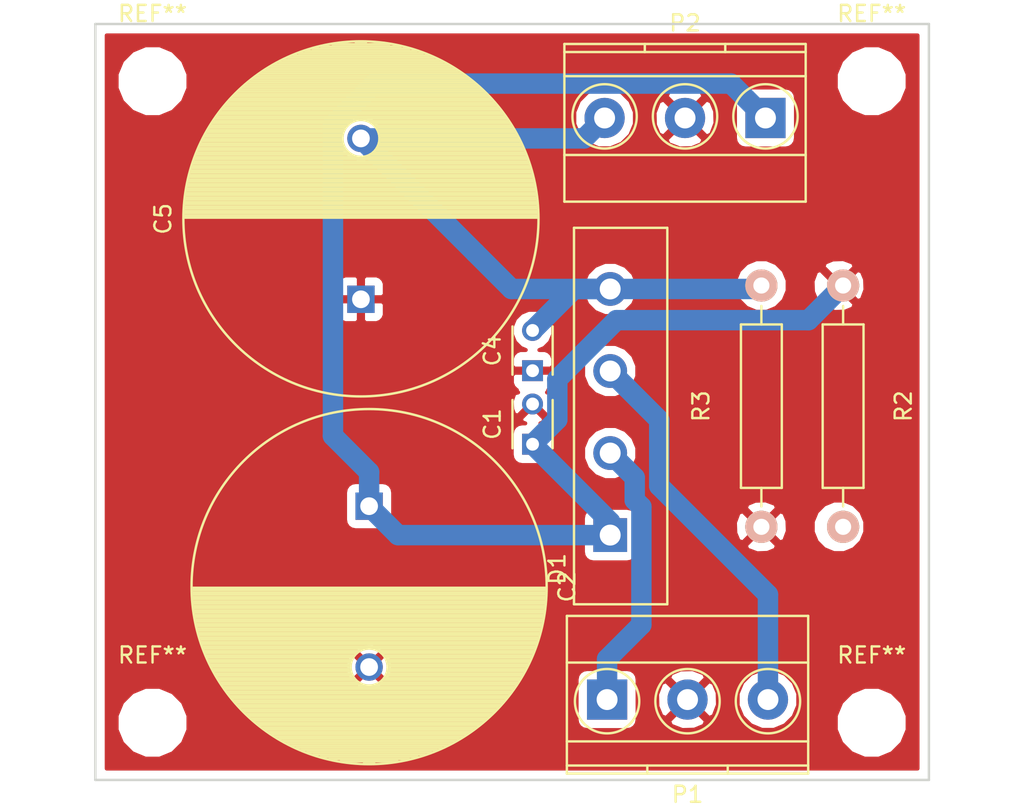
<source format=kicad_pcb>
(kicad_pcb (version 4) (host pcbnew 4.0.5+dfsg1-4)

  (general
    (links 17)
    (no_connects 10)
    (area 119.050999 21.514999 171.017001 68.655001)
    (thickness 1.6)
    (drawings 4)
    (tracks 37)
    (zones 0)
    (modules 13)
    (nets 6)
  )

  (page A4)
  (layers
    (0 F.Cu signal)
    (31 B.Cu signal)
    (32 B.Adhes user)
    (33 F.Adhes user)
    (34 B.Paste user)
    (35 F.Paste user)
    (36 B.SilkS user)
    (37 F.SilkS user)
    (38 B.Mask user)
    (39 F.Mask user)
    (40 Dwgs.User user)
    (41 Cmts.User user)
    (42 Eco1.User user)
    (43 Eco2.User user)
    (44 Edge.Cuts user)
    (45 Margin user)
    (46 B.CrtYd user)
    (47 F.CrtYd user)
    (48 B.Fab user)
    (49 F.Fab user)
  )

  (setup
    (last_trace_width 0.254)
    (trace_clearance 0.254)
    (zone_clearance 0.508)
    (zone_45_only no)
    (trace_min 0.1524)
    (segment_width 0.2)
    (edge_width 0.15)
    (via_size 0.6858)
    (via_drill 0.3302)
    (via_min_size 0.6858)
    (via_min_drill 0.3302)
    (uvia_size 0.127)
    (uvia_drill 0.0254)
    (uvias_allowed no)
    (uvia_min_size 0)
    (uvia_min_drill 0)
    (pcb_text_width 0.3)
    (pcb_text_size 1.5 1.5)
    (mod_edge_width 0.15)
    (mod_text_size 1 1)
    (mod_text_width 0.15)
    (pad_size 1.524 1.524)
    (pad_drill 0.762)
    (pad_to_mask_clearance 0.2)
    (aux_axis_origin 0 0)
    (visible_elements FFFFFF7F)
    (pcbplotparams
      (layerselection 0x00030_80000001)
      (usegerberextensions false)
      (excludeedgelayer true)
      (linewidth 0.100000)
      (plotframeref false)
      (viasonmask false)
      (mode 1)
      (useauxorigin false)
      (hpglpennumber 1)
      (hpglpenspeed 20)
      (hpglpendiameter 15)
      (hpglpenoverlay 2)
      (psnegative false)
      (psa4output false)
      (plotreference true)
      (plotvalue true)
      (plotinvisibletext false)
      (padsonsilk false)
      (subtractmaskfromsilk false)
      (outputformat 1)
      (mirror false)
      (drillshape 0)
      (scaleselection 1)
      (outputdirectory ""))
  )

  (net 0 "")
  (net 1 /-12VAC)
  (net 2 /+12VAC)
  (net 3 +15V)
  (net 4 -15V)
  (net 5 GND)

  (net_class Default "This is the default net class."
    (clearance 0.254)
    (trace_width 0.254)
    (via_dia 0.6858)
    (via_drill 0.3302)
    (uvia_dia 0.127)
    (uvia_drill 0.0254)
  )

  (net_class "Audio Out" ""
    (clearance 0.254)
    (trace_width 0.635)
    (via_dia 0.6858)
    (via_drill 0.3302)
    (uvia_dia 0.127)
    (uvia_drill 0.0254)
  )

  (net_class Power ""
    (clearance 0.254)
    (trace_width 1.27)
    (via_dia 0.6858)
    (via_drill 0.3302)
    (uvia_dia 0.127)
    (uvia_drill 0.0254)
    (add_net +15V)
    (add_net -15V)
    (add_net /+12VAC)
    (add_net /-12VAC)
    (add_net GND)
  )

  (module Mounting_Holes:MountingHole_3.2mm_M3 (layer F.Cu) (tedit 56D1B4CB) (tstamp 590CAE94)
    (at 122.682 25.146)
    (descr "Mounting Hole 3.2mm, no annular, M3")
    (tags "mounting hole 3.2mm no annular m3")
    (fp_text reference REF** (at 0 -4.2) (layer F.SilkS)
      (effects (font (size 1 1) (thickness 0.15)))
    )
    (fp_text value MountingHole_3.2mm_M3 (at 0 4.2) (layer F.Fab)
      (effects (font (size 1 1) (thickness 0.15)))
    )
    (fp_circle (center 0 0) (end 3.2 0) (layer Cmts.User) (width 0.15))
    (fp_circle (center 0 0) (end 3.45 0) (layer F.CrtYd) (width 0.05))
    (pad 1 np_thru_hole circle (at 0 0) (size 3.2 3.2) (drill 3.2) (layers *.Cu *.Mask))
  )

  (module Capacitors_ThroughHole:C_Radial_D22_L41_P10 (layer F.Cu) (tedit 0) (tstamp 58FE131F)
    (at 136.144 51.562 270)
    (descr "Radial Electrolytic Capacitor Diameter 22mm x Length 41mm, Pitch 10mm")
    (tags "Electrolytic Capacitor")
    (path /58E14E27)
    (fp_text reference C2 (at 5 -12.3 270) (layer F.SilkS)
      (effects (font (size 1 1) (thickness 0.15)))
    )
    (fp_text value 6800u (at 5 12.3 270) (layer F.Fab)
      (effects (font (size 1 1) (thickness 0.15)))
    )
    (fp_line (start 5.075 -11) (end 5.075 11) (layer F.SilkS) (width 0.15))
    (fp_line (start 5.215 -10.998) (end 5.215 10.998) (layer F.SilkS) (width 0.15))
    (fp_line (start 5.355 -10.994) (end 5.355 10.994) (layer F.SilkS) (width 0.15))
    (fp_line (start 5.495 -10.989) (end 5.495 10.989) (layer F.SilkS) (width 0.15))
    (fp_line (start 5.635 -10.982) (end 5.635 10.982) (layer F.SilkS) (width 0.15))
    (fp_line (start 5.775 -10.973) (end 5.775 10.973) (layer F.SilkS) (width 0.15))
    (fp_line (start 5.915 -10.962) (end 5.915 10.962) (layer F.SilkS) (width 0.15))
    (fp_line (start 6.055 -10.949) (end 6.055 10.949) (layer F.SilkS) (width 0.15))
    (fp_line (start 6.195 -10.935) (end 6.195 10.935) (layer F.SilkS) (width 0.15))
    (fp_line (start 6.335 -10.919) (end 6.335 10.919) (layer F.SilkS) (width 0.15))
    (fp_line (start 6.475 -10.901) (end 6.475 10.901) (layer F.SilkS) (width 0.15))
    (fp_line (start 6.615 -10.881) (end 6.615 10.881) (layer F.SilkS) (width 0.15))
    (fp_line (start 6.755 -10.859) (end 6.755 10.859) (layer F.SilkS) (width 0.15))
    (fp_line (start 6.895 -10.836) (end 6.895 10.836) (layer F.SilkS) (width 0.15))
    (fp_line (start 7.035 -10.81) (end 7.035 10.81) (layer F.SilkS) (width 0.15))
    (fp_line (start 7.175 -10.783) (end 7.175 10.783) (layer F.SilkS) (width 0.15))
    (fp_line (start 7.315 -10.754) (end 7.315 10.754) (layer F.SilkS) (width 0.15))
    (fp_line (start 7.455 -10.723) (end 7.455 10.723) (layer F.SilkS) (width 0.15))
    (fp_line (start 7.595 -10.69) (end 7.595 10.69) (layer F.SilkS) (width 0.15))
    (fp_line (start 7.735 -10.655) (end 7.735 10.655) (layer F.SilkS) (width 0.15))
    (fp_line (start 7.875 -10.618) (end 7.875 10.618) (layer F.SilkS) (width 0.15))
    (fp_line (start 8.015 -10.579) (end 8.015 10.579) (layer F.SilkS) (width 0.15))
    (fp_line (start 8.155 -10.538) (end 8.155 10.538) (layer F.SilkS) (width 0.15))
    (fp_line (start 8.295 -10.495) (end 8.295 10.495) (layer F.SilkS) (width 0.15))
    (fp_line (start 8.435 -10.45) (end 8.435 10.45) (layer F.SilkS) (width 0.15))
    (fp_line (start 8.575 -10.403) (end 8.575 10.403) (layer F.SilkS) (width 0.15))
    (fp_line (start 8.715 -10.354) (end 8.715 10.354) (layer F.SilkS) (width 0.15))
    (fp_line (start 8.855 -10.302) (end 8.855 -0.107) (layer F.SilkS) (width 0.15))
    (fp_line (start 8.855 0.107) (end 8.855 10.302) (layer F.SilkS) (width 0.15))
    (fp_line (start 8.995 -10.249) (end 8.995 -0.559) (layer F.SilkS) (width 0.15))
    (fp_line (start 8.995 0.559) (end 8.995 10.249) (layer F.SilkS) (width 0.15))
    (fp_line (start 9.135 -10.193) (end 9.135 -0.758) (layer F.SilkS) (width 0.15))
    (fp_line (start 9.135 0.758) (end 9.135 10.193) (layer F.SilkS) (width 0.15))
    (fp_line (start 9.275 -10.135) (end 9.275 -0.893) (layer F.SilkS) (width 0.15))
    (fp_line (start 9.275 0.893) (end 9.275 10.135) (layer F.SilkS) (width 0.15))
    (fp_line (start 9.415 -10.075) (end 9.415 -0.99) (layer F.SilkS) (width 0.15))
    (fp_line (start 9.415 0.99) (end 9.415 10.075) (layer F.SilkS) (width 0.15))
    (fp_line (start 9.555 -10.013) (end 9.555 -1.06) (layer F.SilkS) (width 0.15))
    (fp_line (start 9.555 1.06) (end 9.555 10.013) (layer F.SilkS) (width 0.15))
    (fp_line (start 9.695 -9.948) (end 9.695 -1.109) (layer F.SilkS) (width 0.15))
    (fp_line (start 9.695 1.109) (end 9.695 9.948) (layer F.SilkS) (width 0.15))
    (fp_line (start 9.835 -9.88) (end 9.835 -1.138) (layer F.SilkS) (width 0.15))
    (fp_line (start 9.835 1.138) (end 9.835 9.88) (layer F.SilkS) (width 0.15))
    (fp_line (start 9.975 -9.811) (end 9.975 -1.15) (layer F.SilkS) (width 0.15))
    (fp_line (start 9.975 1.15) (end 9.975 9.811) (layer F.SilkS) (width 0.15))
    (fp_line (start 10.115 -9.738) (end 10.115 -1.144) (layer F.SilkS) (width 0.15))
    (fp_line (start 10.115 1.144) (end 10.115 9.738) (layer F.SilkS) (width 0.15))
    (fp_line (start 10.255 -9.664) (end 10.255 -1.121) (layer F.SilkS) (width 0.15))
    (fp_line (start 10.255 1.121) (end 10.255 9.664) (layer F.SilkS) (width 0.15))
    (fp_line (start 10.395 -9.586) (end 10.395 -1.08) (layer F.SilkS) (width 0.15))
    (fp_line (start 10.395 1.08) (end 10.395 9.586) (layer F.SilkS) (width 0.15))
    (fp_line (start 10.535 -9.506) (end 10.535 -1.018) (layer F.SilkS) (width 0.15))
    (fp_line (start 10.535 1.018) (end 10.535 9.506) (layer F.SilkS) (width 0.15))
    (fp_line (start 10.675 -9.423) (end 10.675 -0.931) (layer F.SilkS) (width 0.15))
    (fp_line (start 10.675 0.931) (end 10.675 9.423) (layer F.SilkS) (width 0.15))
    (fp_line (start 10.815 -9.337) (end 10.815 -0.811) (layer F.SilkS) (width 0.15))
    (fp_line (start 10.815 0.811) (end 10.815 9.337) (layer F.SilkS) (width 0.15))
    (fp_line (start 10.955 -9.249) (end 10.955 -0.641) (layer F.SilkS) (width 0.15))
    (fp_line (start 10.955 0.641) (end 10.955 9.249) (layer F.SilkS) (width 0.15))
    (fp_line (start 11.095 -9.157) (end 11.095 -0.351) (layer F.SilkS) (width 0.15))
    (fp_line (start 11.095 0.351) (end 11.095 9.157) (layer F.SilkS) (width 0.15))
    (fp_line (start 11.235 -9.062) (end 11.235 9.062) (layer F.SilkS) (width 0.15))
    (fp_line (start 11.375 -8.964) (end 11.375 8.964) (layer F.SilkS) (width 0.15))
    (fp_line (start 11.515 -8.863) (end 11.515 8.863) (layer F.SilkS) (width 0.15))
    (fp_line (start 11.655 -8.758) (end 11.655 8.758) (layer F.SilkS) (width 0.15))
    (fp_line (start 11.795 -8.65) (end 11.795 8.65) (layer F.SilkS) (width 0.15))
    (fp_line (start 11.935 -8.538) (end 11.935 8.538) (layer F.SilkS) (width 0.15))
    (fp_line (start 12.075 -8.423) (end 12.075 8.423) (layer F.SilkS) (width 0.15))
    (fp_line (start 12.215 -8.303) (end 12.215 8.303) (layer F.SilkS) (width 0.15))
    (fp_line (start 12.355 -8.179) (end 12.355 8.179) (layer F.SilkS) (width 0.15))
    (fp_line (start 12.495 -8.051) (end 12.495 8.051) (layer F.SilkS) (width 0.15))
    (fp_line (start 12.635 -7.919) (end 12.635 7.919) (layer F.SilkS) (width 0.15))
    (fp_line (start 12.775 -7.781) (end 12.775 7.781) (layer F.SilkS) (width 0.15))
    (fp_line (start 12.915 -7.639) (end 12.915 7.639) (layer F.SilkS) (width 0.15))
    (fp_line (start 13.055 -7.491) (end 13.055 7.491) (layer F.SilkS) (width 0.15))
    (fp_line (start 13.195 -7.338) (end 13.195 7.338) (layer F.SilkS) (width 0.15))
    (fp_line (start 13.335 -7.178) (end 13.335 7.178) (layer F.SilkS) (width 0.15))
    (fp_line (start 13.475 -7.012) (end 13.475 7.012) (layer F.SilkS) (width 0.15))
    (fp_line (start 13.615 -6.84) (end 13.615 6.84) (layer F.SilkS) (width 0.15))
    (fp_line (start 13.755 -6.66) (end 13.755 6.66) (layer F.SilkS) (width 0.15))
    (fp_line (start 13.895 -6.471) (end 13.895 6.471) (layer F.SilkS) (width 0.15))
    (fp_line (start 14.035 -6.274) (end 14.035 6.274) (layer F.SilkS) (width 0.15))
    (fp_line (start 14.175 -6.068) (end 14.175 6.068) (layer F.SilkS) (width 0.15))
    (fp_line (start 14.315 -5.851) (end 14.315 5.851) (layer F.SilkS) (width 0.15))
    (fp_line (start 14.455 -5.622) (end 14.455 5.622) (layer F.SilkS) (width 0.15))
    (fp_line (start 14.595 -5.379) (end 14.595 5.379) (layer F.SilkS) (width 0.15))
    (fp_line (start 14.735 -5.122) (end 14.735 5.122) (layer F.SilkS) (width 0.15))
    (fp_line (start 14.875 -4.846) (end 14.875 4.846) (layer F.SilkS) (width 0.15))
    (fp_line (start 15.015 -4.55) (end 15.015 4.55) (layer F.SilkS) (width 0.15))
    (fp_line (start 15.155 -4.228) (end 15.155 4.228) (layer F.SilkS) (width 0.15))
    (fp_line (start 15.295 -3.875) (end 15.295 3.875) (layer F.SilkS) (width 0.15))
    (fp_line (start 15.435 -3.48) (end 15.435 3.48) (layer F.SilkS) (width 0.15))
    (fp_line (start 15.575 -3.028) (end 15.575 3.028) (layer F.SilkS) (width 0.15))
    (fp_line (start 15.715 -2.488) (end 15.715 2.488) (layer F.SilkS) (width 0.15))
    (fp_line (start 15.855 -1.78) (end 15.855 1.78) (layer F.SilkS) (width 0.15))
    (fp_line (start 15.995 -0.332) (end 15.995 0.332) (layer F.SilkS) (width 0.15))
    (fp_circle (center 10 0) (end 10 -1.15) (layer F.SilkS) (width 0.15))
    (fp_circle (center 5 0) (end 5 -11.0375) (layer F.SilkS) (width 0.15))
    (fp_circle (center 5 0) (end 5 -11.3) (layer F.CrtYd) (width 0.05))
    (pad 1 thru_hole rect (at 0 0 270) (size 1.7 1.7) (drill 1.1) (layers *.Cu *.Mask)
      (net 3 +15V))
    (pad 2 thru_hole circle (at 10 0 270) (size 1.7 1.7) (drill 1.1) (layers *.Cu *.Mask)
      (net 5 GND))
    (model Capacitors_ThroughHole.3dshapes/C_Radial_D22_L41_P10.wrl
      (at (xyz 0.19685 0 0))
      (scale (xyz 1 1 1))
      (rotate (xyz 0 0 90))
    )
  )

  (module Capacitors_ThroughHole:C_Radial_D22_L41_P10 (layer F.Cu) (tedit 0) (tstamp 58FE1387)
    (at 135.636 38.702 90)
    (descr "Radial Electrolytic Capacitor Diameter 22mm x Length 41mm, Pitch 10mm")
    (tags "Electrolytic Capacitor")
    (path /58E14EB6)
    (fp_text reference C5 (at 5 -12.3 90) (layer F.SilkS)
      (effects (font (size 1 1) (thickness 0.15)))
    )
    (fp_text value 6800u (at 5 12.3 90) (layer F.Fab)
      (effects (font (size 1 1) (thickness 0.15)))
    )
    (fp_line (start 5.075 -11) (end 5.075 11) (layer F.SilkS) (width 0.15))
    (fp_line (start 5.215 -10.998) (end 5.215 10.998) (layer F.SilkS) (width 0.15))
    (fp_line (start 5.355 -10.994) (end 5.355 10.994) (layer F.SilkS) (width 0.15))
    (fp_line (start 5.495 -10.989) (end 5.495 10.989) (layer F.SilkS) (width 0.15))
    (fp_line (start 5.635 -10.982) (end 5.635 10.982) (layer F.SilkS) (width 0.15))
    (fp_line (start 5.775 -10.973) (end 5.775 10.973) (layer F.SilkS) (width 0.15))
    (fp_line (start 5.915 -10.962) (end 5.915 10.962) (layer F.SilkS) (width 0.15))
    (fp_line (start 6.055 -10.949) (end 6.055 10.949) (layer F.SilkS) (width 0.15))
    (fp_line (start 6.195 -10.935) (end 6.195 10.935) (layer F.SilkS) (width 0.15))
    (fp_line (start 6.335 -10.919) (end 6.335 10.919) (layer F.SilkS) (width 0.15))
    (fp_line (start 6.475 -10.901) (end 6.475 10.901) (layer F.SilkS) (width 0.15))
    (fp_line (start 6.615 -10.881) (end 6.615 10.881) (layer F.SilkS) (width 0.15))
    (fp_line (start 6.755 -10.859) (end 6.755 10.859) (layer F.SilkS) (width 0.15))
    (fp_line (start 6.895 -10.836) (end 6.895 10.836) (layer F.SilkS) (width 0.15))
    (fp_line (start 7.035 -10.81) (end 7.035 10.81) (layer F.SilkS) (width 0.15))
    (fp_line (start 7.175 -10.783) (end 7.175 10.783) (layer F.SilkS) (width 0.15))
    (fp_line (start 7.315 -10.754) (end 7.315 10.754) (layer F.SilkS) (width 0.15))
    (fp_line (start 7.455 -10.723) (end 7.455 10.723) (layer F.SilkS) (width 0.15))
    (fp_line (start 7.595 -10.69) (end 7.595 10.69) (layer F.SilkS) (width 0.15))
    (fp_line (start 7.735 -10.655) (end 7.735 10.655) (layer F.SilkS) (width 0.15))
    (fp_line (start 7.875 -10.618) (end 7.875 10.618) (layer F.SilkS) (width 0.15))
    (fp_line (start 8.015 -10.579) (end 8.015 10.579) (layer F.SilkS) (width 0.15))
    (fp_line (start 8.155 -10.538) (end 8.155 10.538) (layer F.SilkS) (width 0.15))
    (fp_line (start 8.295 -10.495) (end 8.295 10.495) (layer F.SilkS) (width 0.15))
    (fp_line (start 8.435 -10.45) (end 8.435 10.45) (layer F.SilkS) (width 0.15))
    (fp_line (start 8.575 -10.403) (end 8.575 10.403) (layer F.SilkS) (width 0.15))
    (fp_line (start 8.715 -10.354) (end 8.715 10.354) (layer F.SilkS) (width 0.15))
    (fp_line (start 8.855 -10.302) (end 8.855 -0.107) (layer F.SilkS) (width 0.15))
    (fp_line (start 8.855 0.107) (end 8.855 10.302) (layer F.SilkS) (width 0.15))
    (fp_line (start 8.995 -10.249) (end 8.995 -0.559) (layer F.SilkS) (width 0.15))
    (fp_line (start 8.995 0.559) (end 8.995 10.249) (layer F.SilkS) (width 0.15))
    (fp_line (start 9.135 -10.193) (end 9.135 -0.758) (layer F.SilkS) (width 0.15))
    (fp_line (start 9.135 0.758) (end 9.135 10.193) (layer F.SilkS) (width 0.15))
    (fp_line (start 9.275 -10.135) (end 9.275 -0.893) (layer F.SilkS) (width 0.15))
    (fp_line (start 9.275 0.893) (end 9.275 10.135) (layer F.SilkS) (width 0.15))
    (fp_line (start 9.415 -10.075) (end 9.415 -0.99) (layer F.SilkS) (width 0.15))
    (fp_line (start 9.415 0.99) (end 9.415 10.075) (layer F.SilkS) (width 0.15))
    (fp_line (start 9.555 -10.013) (end 9.555 -1.06) (layer F.SilkS) (width 0.15))
    (fp_line (start 9.555 1.06) (end 9.555 10.013) (layer F.SilkS) (width 0.15))
    (fp_line (start 9.695 -9.948) (end 9.695 -1.109) (layer F.SilkS) (width 0.15))
    (fp_line (start 9.695 1.109) (end 9.695 9.948) (layer F.SilkS) (width 0.15))
    (fp_line (start 9.835 -9.88) (end 9.835 -1.138) (layer F.SilkS) (width 0.15))
    (fp_line (start 9.835 1.138) (end 9.835 9.88) (layer F.SilkS) (width 0.15))
    (fp_line (start 9.975 -9.811) (end 9.975 -1.15) (layer F.SilkS) (width 0.15))
    (fp_line (start 9.975 1.15) (end 9.975 9.811) (layer F.SilkS) (width 0.15))
    (fp_line (start 10.115 -9.738) (end 10.115 -1.144) (layer F.SilkS) (width 0.15))
    (fp_line (start 10.115 1.144) (end 10.115 9.738) (layer F.SilkS) (width 0.15))
    (fp_line (start 10.255 -9.664) (end 10.255 -1.121) (layer F.SilkS) (width 0.15))
    (fp_line (start 10.255 1.121) (end 10.255 9.664) (layer F.SilkS) (width 0.15))
    (fp_line (start 10.395 -9.586) (end 10.395 -1.08) (layer F.SilkS) (width 0.15))
    (fp_line (start 10.395 1.08) (end 10.395 9.586) (layer F.SilkS) (width 0.15))
    (fp_line (start 10.535 -9.506) (end 10.535 -1.018) (layer F.SilkS) (width 0.15))
    (fp_line (start 10.535 1.018) (end 10.535 9.506) (layer F.SilkS) (width 0.15))
    (fp_line (start 10.675 -9.423) (end 10.675 -0.931) (layer F.SilkS) (width 0.15))
    (fp_line (start 10.675 0.931) (end 10.675 9.423) (layer F.SilkS) (width 0.15))
    (fp_line (start 10.815 -9.337) (end 10.815 -0.811) (layer F.SilkS) (width 0.15))
    (fp_line (start 10.815 0.811) (end 10.815 9.337) (layer F.SilkS) (width 0.15))
    (fp_line (start 10.955 -9.249) (end 10.955 -0.641) (layer F.SilkS) (width 0.15))
    (fp_line (start 10.955 0.641) (end 10.955 9.249) (layer F.SilkS) (width 0.15))
    (fp_line (start 11.095 -9.157) (end 11.095 -0.351) (layer F.SilkS) (width 0.15))
    (fp_line (start 11.095 0.351) (end 11.095 9.157) (layer F.SilkS) (width 0.15))
    (fp_line (start 11.235 -9.062) (end 11.235 9.062) (layer F.SilkS) (width 0.15))
    (fp_line (start 11.375 -8.964) (end 11.375 8.964) (layer F.SilkS) (width 0.15))
    (fp_line (start 11.515 -8.863) (end 11.515 8.863) (layer F.SilkS) (width 0.15))
    (fp_line (start 11.655 -8.758) (end 11.655 8.758) (layer F.SilkS) (width 0.15))
    (fp_line (start 11.795 -8.65) (end 11.795 8.65) (layer F.SilkS) (width 0.15))
    (fp_line (start 11.935 -8.538) (end 11.935 8.538) (layer F.SilkS) (width 0.15))
    (fp_line (start 12.075 -8.423) (end 12.075 8.423) (layer F.SilkS) (width 0.15))
    (fp_line (start 12.215 -8.303) (end 12.215 8.303) (layer F.SilkS) (width 0.15))
    (fp_line (start 12.355 -8.179) (end 12.355 8.179) (layer F.SilkS) (width 0.15))
    (fp_line (start 12.495 -8.051) (end 12.495 8.051) (layer F.SilkS) (width 0.15))
    (fp_line (start 12.635 -7.919) (end 12.635 7.919) (layer F.SilkS) (width 0.15))
    (fp_line (start 12.775 -7.781) (end 12.775 7.781) (layer F.SilkS) (width 0.15))
    (fp_line (start 12.915 -7.639) (end 12.915 7.639) (layer F.SilkS) (width 0.15))
    (fp_line (start 13.055 -7.491) (end 13.055 7.491) (layer F.SilkS) (width 0.15))
    (fp_line (start 13.195 -7.338) (end 13.195 7.338) (layer F.SilkS) (width 0.15))
    (fp_line (start 13.335 -7.178) (end 13.335 7.178) (layer F.SilkS) (width 0.15))
    (fp_line (start 13.475 -7.012) (end 13.475 7.012) (layer F.SilkS) (width 0.15))
    (fp_line (start 13.615 -6.84) (end 13.615 6.84) (layer F.SilkS) (width 0.15))
    (fp_line (start 13.755 -6.66) (end 13.755 6.66) (layer F.SilkS) (width 0.15))
    (fp_line (start 13.895 -6.471) (end 13.895 6.471) (layer F.SilkS) (width 0.15))
    (fp_line (start 14.035 -6.274) (end 14.035 6.274) (layer F.SilkS) (width 0.15))
    (fp_line (start 14.175 -6.068) (end 14.175 6.068) (layer F.SilkS) (width 0.15))
    (fp_line (start 14.315 -5.851) (end 14.315 5.851) (layer F.SilkS) (width 0.15))
    (fp_line (start 14.455 -5.622) (end 14.455 5.622) (layer F.SilkS) (width 0.15))
    (fp_line (start 14.595 -5.379) (end 14.595 5.379) (layer F.SilkS) (width 0.15))
    (fp_line (start 14.735 -5.122) (end 14.735 5.122) (layer F.SilkS) (width 0.15))
    (fp_line (start 14.875 -4.846) (end 14.875 4.846) (layer F.SilkS) (width 0.15))
    (fp_line (start 15.015 -4.55) (end 15.015 4.55) (layer F.SilkS) (width 0.15))
    (fp_line (start 15.155 -4.228) (end 15.155 4.228) (layer F.SilkS) (width 0.15))
    (fp_line (start 15.295 -3.875) (end 15.295 3.875) (layer F.SilkS) (width 0.15))
    (fp_line (start 15.435 -3.48) (end 15.435 3.48) (layer F.SilkS) (width 0.15))
    (fp_line (start 15.575 -3.028) (end 15.575 3.028) (layer F.SilkS) (width 0.15))
    (fp_line (start 15.715 -2.488) (end 15.715 2.488) (layer F.SilkS) (width 0.15))
    (fp_line (start 15.855 -1.78) (end 15.855 1.78) (layer F.SilkS) (width 0.15))
    (fp_line (start 15.995 -0.332) (end 15.995 0.332) (layer F.SilkS) (width 0.15))
    (fp_circle (center 10 0) (end 10 -1.15) (layer F.SilkS) (width 0.15))
    (fp_circle (center 5 0) (end 5 -11.0375) (layer F.SilkS) (width 0.15))
    (fp_circle (center 5 0) (end 5 -11.3) (layer F.CrtYd) (width 0.05))
    (pad 1 thru_hole rect (at 0 0 90) (size 1.7 1.7) (drill 1.1) (layers *.Cu *.Mask)
      (net 5 GND))
    (pad 2 thru_hole circle (at 10 0 90) (size 1.7 1.7) (drill 1.1) (layers *.Cu *.Mask)
      (net 4 -15V))
    (model Capacitors_ThroughHole.3dshapes/C_Radial_D22_L41_P10.wrl
      (at (xyz 0.19685 0 0))
      (scale (xyz 1 1 1))
      (rotate (xyz 0 0 90))
    )
  )

  (module Diodes_ThroughHole:Diode_Bridge_18.5x5.5 (layer F.Cu) (tedit 5745F1E1) (tstamp 58FDED01)
    (at 151.13 53.36 90)
    (descr "Single phase bridge rectifier case 18.5x5.5")
    (tags "Diode Bridge")
    (path /58E312D3)
    (fp_text reference D1 (at -2.1 -3.3 90) (layer F.SilkS)
      (effects (font (size 1 1) (thickness 0.15)))
    )
    (fp_text value Diode_Bridge (at 4.1 4.8 90) (layer F.Fab)
      (effects (font (size 1 1) (thickness 0.15)))
    )
    (fp_arc (start 10.05 2.2) (end 10.35 2.5) (angle 100) (layer F.Fab) (width 0.2))
    (fp_arc (start 10.7 2.7) (end 10.35 2.5) (angle 100) (layer F.Fab) (width 0.2))
    (fp_arc (start 5.6 2.7) (end 5.25 2.5) (angle 100) (layer F.Fab) (width 0.2))
    (fp_arc (start 4.95 2.2) (end 5.25 2.5) (angle 100) (layer F.Fab) (width 0.2))
    (fp_line (start 14.75 2.5) (end 15.75 2.5) (layer F.Fab) (width 0.2))
    (fp_line (start -0.5 2.5) (end 0.5 2.5) (layer F.Fab) (width 0.2))
    (fp_line (start 0 2) (end 0 3) (layer F.Fab) (width 0.2))
    (fp_line (start 19.45 -2.6) (end 19.45 3.9) (layer F.CrtYd) (width 0.05))
    (fp_line (start 19.45 3.9) (end -4.65 3.9) (layer F.CrtYd) (width 0.05))
    (fp_line (start -4.65 3.9) (end -4.65 -2.6) (layer F.CrtYd) (width 0.05))
    (fp_line (start -4.65 -2.6) (end 19.45 -2.6) (layer F.CrtYd) (width 0.05))
    (fp_line (start -4.3 -2.25) (end 19.1 -2.25) (layer F.SilkS) (width 0.15))
    (fp_line (start 19.1 -2.25) (end 19.1 3.55) (layer F.SilkS) (width 0.15))
    (fp_line (start 19.1 3.55) (end -4.3 3.55) (layer F.SilkS) (width 0.15))
    (fp_line (start -4.3 3.55) (end -4.3 -2.25) (layer F.SilkS) (width 0.15))
    (pad 3 thru_hole rect (at 0 0 90) (size 2.1 2.1) (drill 1.3) (layers *.Cu *.Mask)
      (net 3 +15V))
    (pad 2 thru_hole circle (at 5.1 0 90) (size 2.1 2.1) (drill 1.3) (layers *.Cu *.Mask)
      (net 1 /-12VAC))
    (pad 1 thru_hole circle (at 15.3 0 90) (size 2.1 2.1) (drill 1.3) (layers *.Cu *.Mask)
      (net 4 -15V))
    (pad 4 thru_hole circle (at 10.2 0 90) (size 2.1 2.1) (drill 1.3) (layers *.Cu *.Mask)
      (net 2 /+12VAC))
    (model ../../../../../home/showard/scimpy/scimpy/boards/new3dshape/Diode_Bridge_18_5x5_5.wrl
      (at (xyz 0 0 0))
      (scale (xyz 1 1 1))
      (rotate (xyz 0 0 0))
    )
  )

  (module Capacitors_ThroughHole:C_Disc_D3_P2.5 (layer F.Cu) (tedit 0) (tstamp 58EE82AC)
    (at 146.304 43.14 90)
    (descr "Capacitor 3mm Disc, Pitch 2.5mm")
    (tags Capacitor)
    (path /58E5D68C)
    (fp_text reference C4 (at 1.25 -2.5 90) (layer F.SilkS)
      (effects (font (size 1 1) (thickness 0.15)))
    )
    (fp_text value 100n (at 1.25 2.5 90) (layer F.Fab)
      (effects (font (size 1 1) (thickness 0.15)))
    )
    (fp_line (start -0.9 -1.5) (end 3.4 -1.5) (layer F.CrtYd) (width 0.05))
    (fp_line (start 3.4 -1.5) (end 3.4 1.5) (layer F.CrtYd) (width 0.05))
    (fp_line (start 3.4 1.5) (end -0.9 1.5) (layer F.CrtYd) (width 0.05))
    (fp_line (start -0.9 1.5) (end -0.9 -1.5) (layer F.CrtYd) (width 0.05))
    (fp_line (start -0.25 -1.25) (end 2.75 -1.25) (layer F.SilkS) (width 0.15))
    (fp_line (start 2.75 1.25) (end -0.25 1.25) (layer F.SilkS) (width 0.15))
    (pad 1 thru_hole rect (at 0 0 90) (size 1.3 1.3) (drill 0.8) (layers *.Cu *.Mask)
      (net 5 GND))
    (pad 2 thru_hole circle (at 2.5 0 90) (size 1.3 1.3) (drill 0.8001) (layers *.Cu *.Mask)
      (net 4 -15V))
    (model Capacitors_ThroughHole.3dshapes/C_Disc_D3_P2.5.wrl
      (at (xyz 0.0492126 0 0))
      (scale (xyz 1 1 1))
      (rotate (xyz 0 0 0))
    )
  )

  (module Resistors_ThroughHole:Resistor_Horizontal_RM15mm (layer F.Cu) (tedit 569FCEE8) (tstamp 58E87B50)
    (at 160.528 52.846 90)
    (descr "Resistor, Axial, RM 15mm,")
    (tags "Resistor Axial RM 15mm")
    (path /58E097EA)
    (fp_text reference R3 (at 7.5 -3.74904 90) (layer F.SilkS)
      (effects (font (size 1 1) (thickness 0.15)))
    )
    (fp_text value "1K 1W" (at 7.5 4.0005 90) (layer F.Fab)
      (effects (font (size 1 1) (thickness 0.15)))
    )
    (fp_line (start -1.25 1.5) (end -1.25 -1.5) (layer F.CrtYd) (width 0.05))
    (fp_line (start -1.25 -1.5) (end 16.25 -1.5) (layer F.CrtYd) (width 0.05))
    (fp_line (start 16.25 -1.5) (end 16.25 1.5) (layer F.CrtYd) (width 0.05))
    (fp_line (start 16.25 1.5) (end -1.25 1.5) (layer F.CrtYd) (width 0.05))
    (fp_line (start 2.42 -1.27) (end 2.42 1.27) (layer F.SilkS) (width 0.15))
    (fp_line (start 2.42 1.27) (end 12.58 1.27) (layer F.SilkS) (width 0.15))
    (fp_line (start 12.58 1.27) (end 12.58 -1.27) (layer F.SilkS) (width 0.15))
    (fp_line (start 12.58 -1.27) (end 2.42 -1.27) (layer F.SilkS) (width 0.15))
    (fp_line (start 13.73 0) (end 12.58 0) (layer F.SilkS) (width 0.15))
    (fp_line (start 1.27 0) (end 2.42 0) (layer F.SilkS) (width 0.15))
    (pad 1 thru_hole circle (at 0 0 90) (size 1.99898 1.99898) (drill 1.00076) (layers *.Cu *.SilkS *.Mask)
      (net 5 GND))
    (pad 2 thru_hole circle (at 15 0 90) (size 1.99898 1.99898) (drill 1.00076) (layers *.Cu *.SilkS *.Mask)
      (net 4 -15V))
    (model Resistors_ThroughHole.3dshapes/Resistor_Horizontal_RM15mm.wrl
      (at (xyz 0.295 0 0))
      (scale (xyz 0.395 0.4 0.4))
      (rotate (xyz 0 0 0))
    )
  )

  (module Resistors_ThroughHole:Resistor_Horizontal_RM15mm (layer F.Cu) (tedit 569FCEE8) (tstamp 58E87B4B)
    (at 165.608 37.846 270)
    (descr "Resistor, Axial, RM 15mm,")
    (tags "Resistor Axial RM 15mm")
    (path /58E0977A)
    (fp_text reference R2 (at 7.5 -3.74904 270) (layer F.SilkS)
      (effects (font (size 1 1) (thickness 0.15)))
    )
    (fp_text value "1K 1W" (at 7.5 4.0005 270) (layer F.Fab)
      (effects (font (size 1 1) (thickness 0.15)))
    )
    (fp_line (start -1.25 1.5) (end -1.25 -1.5) (layer F.CrtYd) (width 0.05))
    (fp_line (start -1.25 -1.5) (end 16.25 -1.5) (layer F.CrtYd) (width 0.05))
    (fp_line (start 16.25 -1.5) (end 16.25 1.5) (layer F.CrtYd) (width 0.05))
    (fp_line (start 16.25 1.5) (end -1.25 1.5) (layer F.CrtYd) (width 0.05))
    (fp_line (start 2.42 -1.27) (end 2.42 1.27) (layer F.SilkS) (width 0.15))
    (fp_line (start 2.42 1.27) (end 12.58 1.27) (layer F.SilkS) (width 0.15))
    (fp_line (start 12.58 1.27) (end 12.58 -1.27) (layer F.SilkS) (width 0.15))
    (fp_line (start 12.58 -1.27) (end 2.42 -1.27) (layer F.SilkS) (width 0.15))
    (fp_line (start 13.73 0) (end 12.58 0) (layer F.SilkS) (width 0.15))
    (fp_line (start 1.27 0) (end 2.42 0) (layer F.SilkS) (width 0.15))
    (pad 1 thru_hole circle (at 0 0 270) (size 1.99898 1.99898) (drill 1.00076) (layers *.Cu *.SilkS *.Mask)
      (net 3 +15V))
    (pad 2 thru_hole circle (at 15 0 270) (size 1.99898 1.99898) (drill 1.00076) (layers *.Cu *.SilkS *.Mask)
      (net 5 GND))
    (model Resistors_ThroughHole.3dshapes/Resistor_Horizontal_RM15mm.wrl
      (at (xyz 0.295 0 0))
      (scale (xyz 0.395 0.4 0.4))
      (rotate (xyz 0 0 0))
    )
  )

  (module Capacitors_ThroughHole:C_Disc_D3_P2.5 (layer F.Cu) (tedit 0) (tstamp 58E6B4EE)
    (at 146.304 47.712 90)
    (descr "Capacitor 3mm Disc, Pitch 2.5mm")
    (tags Capacitor)
    (path /58E5D56E)
    (fp_text reference C1 (at 1.25 -2.5 90) (layer F.SilkS)
      (effects (font (size 1 1) (thickness 0.15)))
    )
    (fp_text value 100n (at 1.25 2.5 90) (layer F.Fab)
      (effects (font (size 1 1) (thickness 0.15)))
    )
    (fp_line (start -0.9 -1.5) (end 3.4 -1.5) (layer F.CrtYd) (width 0.05))
    (fp_line (start 3.4 -1.5) (end 3.4 1.5) (layer F.CrtYd) (width 0.05))
    (fp_line (start 3.4 1.5) (end -0.9 1.5) (layer F.CrtYd) (width 0.05))
    (fp_line (start -0.9 1.5) (end -0.9 -1.5) (layer F.CrtYd) (width 0.05))
    (fp_line (start -0.25 -1.25) (end 2.75 -1.25) (layer F.SilkS) (width 0.15))
    (fp_line (start 2.75 1.25) (end -0.25 1.25) (layer F.SilkS) (width 0.15))
    (pad 1 thru_hole rect (at 0 0 90) (size 1.3 1.3) (drill 0.8) (layers *.Cu *.Mask)
      (net 3 +15V))
    (pad 2 thru_hole circle (at 2.5 0 90) (size 1.3 1.3) (drill 0.8001) (layers *.Cu *.Mask)
      (net 5 GND))
    (model Capacitors_ThroughHole.3dshapes/C_Disc_D3_P2.5.wrl
      (at (xyz 0.0492126 0 0))
      (scale (xyz 1 1 1))
      (rotate (xyz 0 0 0))
    )
  )

  (module Terminal_Blocks:TerminalBlock_Pheonix_MKDS1.5-3pol (layer F.Cu) (tedit 5630081E) (tstamp 58E55A1A)
    (at 150.93696 63.58382)
    (descr "3-way 5mm pitch terminal block, Phoenix MKDS series")
    (path /58E31639)
    (fp_text reference P1 (at 5 5.9) (layer F.SilkS)
      (effects (font (size 1 1) (thickness 0.15)))
    )
    (fp_text value CONN_01X03 (at 5 -6.6) (layer F.Fab)
      (effects (font (size 1 1) (thickness 0.15)))
    )
    (fp_line (start -2.7 4.8) (end -2.7 -5.4) (layer F.CrtYd) (width 0.05))
    (fp_line (start 12.7 4.8) (end -2.7 4.8) (layer F.CrtYd) (width 0.05))
    (fp_line (start 12.7 -5.4) (end 12.7 4.8) (layer F.CrtYd) (width 0.05))
    (fp_line (start -2.7 -5.4) (end 12.7 -5.4) (layer F.CrtYd) (width 0.05))
    (fp_circle (center 10 0.1) (end 8 0.1) (layer F.SilkS) (width 0.15))
    (fp_line (start 7.5 4.1) (end 7.5 4.6) (layer F.SilkS) (width 0.15))
    (fp_line (start 2.5 4.1) (end 2.5 4.6) (layer F.SilkS) (width 0.15))
    (fp_circle (center 5 0.1) (end 3 0.1) (layer F.SilkS) (width 0.15))
    (fp_circle (center 0 0.1) (end 2 0.1) (layer F.SilkS) (width 0.15))
    (fp_line (start -2.5 2.6) (end 12.5 2.6) (layer F.SilkS) (width 0.15))
    (fp_line (start -2.5 -2.3) (end 12.5 -2.3) (layer F.SilkS) (width 0.15))
    (fp_line (start -2.5 4.1) (end 12.5 4.1) (layer F.SilkS) (width 0.15))
    (fp_line (start -2.5 4.6) (end 12.5 4.6) (layer F.SilkS) (width 0.15))
    (fp_line (start 12.5 4.6) (end 12.5 -5.2) (layer F.SilkS) (width 0.15))
    (fp_line (start 12.5 -5.2) (end -2.5 -5.2) (layer F.SilkS) (width 0.15))
    (fp_line (start -2.5 -5.2) (end -2.5 4.6) (layer F.SilkS) (width 0.15))
    (pad 3 thru_hole circle (at 10 0) (size 2.5 2.5) (drill 1.3) (layers *.Cu *.Mask)
      (net 2 /+12VAC))
    (pad 1 thru_hole rect (at 0 0) (size 2.5 2.5) (drill 1.3) (layers *.Cu *.Mask)
      (net 1 /-12VAC))
    (pad 2 thru_hole circle (at 5 0) (size 2.5 2.5) (drill 1.3) (layers *.Cu *.Mask)
      (net 5 GND))
    (model Terminal_Blocks.3dshapes/TerminalBlock_Pheonix_MKDS1.5-3pol.wrl
      (at (xyz 0.1968 0 0))
      (scale (xyz 1 1 1))
      (rotate (xyz 0 0 0))
    )
  )

  (module Terminal_Blocks:TerminalBlock_Pheonix_MKDS1.5-3pol (layer F.Cu) (tedit 5630081E) (tstamp 590CA7B5)
    (at 160.782 27.432 180)
    (descr "3-way 5mm pitch terminal block, Phoenix MKDS series")
    (path /590CB8B6)
    (fp_text reference P2 (at 5 5.9 180) (layer F.SilkS)
      (effects (font (size 1 1) (thickness 0.15)))
    )
    (fp_text value CONN_01X03 (at 5 -6.6 180) (layer F.Fab)
      (effects (font (size 1 1) (thickness 0.15)))
    )
    (fp_line (start -2.7 4.8) (end -2.7 -5.4) (layer F.CrtYd) (width 0.05))
    (fp_line (start 12.7 4.8) (end -2.7 4.8) (layer F.CrtYd) (width 0.05))
    (fp_line (start 12.7 -5.4) (end 12.7 4.8) (layer F.CrtYd) (width 0.05))
    (fp_line (start -2.7 -5.4) (end 12.7 -5.4) (layer F.CrtYd) (width 0.05))
    (fp_circle (center 10 0.1) (end 8 0.1) (layer F.SilkS) (width 0.15))
    (fp_line (start 7.5 4.1) (end 7.5 4.6) (layer F.SilkS) (width 0.15))
    (fp_line (start 2.5 4.1) (end 2.5 4.6) (layer F.SilkS) (width 0.15))
    (fp_circle (center 5 0.1) (end 3 0.1) (layer F.SilkS) (width 0.15))
    (fp_circle (center 0 0.1) (end 2 0.1) (layer F.SilkS) (width 0.15))
    (fp_line (start -2.5 2.6) (end 12.5 2.6) (layer F.SilkS) (width 0.15))
    (fp_line (start -2.5 -2.3) (end 12.5 -2.3) (layer F.SilkS) (width 0.15))
    (fp_line (start -2.5 4.1) (end 12.5 4.1) (layer F.SilkS) (width 0.15))
    (fp_line (start -2.5 4.6) (end 12.5 4.6) (layer F.SilkS) (width 0.15))
    (fp_line (start 12.5 4.6) (end 12.5 -5.2) (layer F.SilkS) (width 0.15))
    (fp_line (start 12.5 -5.2) (end -2.5 -5.2) (layer F.SilkS) (width 0.15))
    (fp_line (start -2.5 -5.2) (end -2.5 4.6) (layer F.SilkS) (width 0.15))
    (pad 3 thru_hole circle (at 10 0 180) (size 2.5 2.5) (drill 1.3) (layers *.Cu *.Mask)
      (net 4 -15V))
    (pad 1 thru_hole rect (at 0 0 180) (size 2.5 2.5) (drill 1.3) (layers *.Cu *.Mask)
      (net 3 +15V))
    (pad 2 thru_hole circle (at 5 0 180) (size 2.5 2.5) (drill 1.3) (layers *.Cu *.Mask)
      (net 5 GND))
    (model Terminal_Blocks.3dshapes/TerminalBlock_Pheonix_MKDS1.5-3pol.wrl
      (at (xyz 0.1968 0 0))
      (scale (xyz 1 1 1))
      (rotate (xyz 0 0 0))
    )
  )

  (module Mounting_Holes:MountingHole_3.2mm_M3 (layer F.Cu) (tedit 56D1B4CB) (tstamp 590CAE7F)
    (at 167.386 25.146)
    (descr "Mounting Hole 3.2mm, no annular, M3")
    (tags "mounting hole 3.2mm no annular m3")
    (fp_text reference REF** (at 0 -4.2) (layer F.SilkS)
      (effects (font (size 1 1) (thickness 0.15)))
    )
    (fp_text value MountingHole_3.2mm_M3 (at 0 4.2) (layer F.Fab)
      (effects (font (size 1 1) (thickness 0.15)))
    )
    (fp_circle (center 0 0) (end 3.2 0) (layer Cmts.User) (width 0.15))
    (fp_circle (center 0 0) (end 3.45 0) (layer F.CrtYd) (width 0.05))
    (pad 1 np_thru_hole circle (at 0 0) (size 3.2 3.2) (drill 3.2) (layers *.Cu *.Mask))
  )

  (module Mounting_Holes:MountingHole_3.2mm_M3 (layer F.Cu) (tedit 56D1B4CB) (tstamp 590CAE86)
    (at 167.386 65.024)
    (descr "Mounting Hole 3.2mm, no annular, M3")
    (tags "mounting hole 3.2mm no annular m3")
    (fp_text reference REF** (at 0 -4.2) (layer F.SilkS)
      (effects (font (size 1 1) (thickness 0.15)))
    )
    (fp_text value MountingHole_3.2mm_M3 (at 0 4.2) (layer F.Fab)
      (effects (font (size 1 1) (thickness 0.15)))
    )
    (fp_circle (center 0 0) (end 3.2 0) (layer Cmts.User) (width 0.15))
    (fp_circle (center 0 0) (end 3.45 0) (layer F.CrtYd) (width 0.05))
    (pad 1 np_thru_hole circle (at 0 0) (size 3.2 3.2) (drill 3.2) (layers *.Cu *.Mask))
  )

  (module Mounting_Holes:MountingHole_3.2mm_M3 (layer F.Cu) (tedit 56D1B4CB) (tstamp 590CAE8D)
    (at 122.682 65.024)
    (descr "Mounting Hole 3.2mm, no annular, M3")
    (tags "mounting hole 3.2mm no annular m3")
    (fp_text reference REF** (at 0 -4.2) (layer F.SilkS)
      (effects (font (size 1 1) (thickness 0.15)))
    )
    (fp_text value MountingHole_3.2mm_M3 (at 0 4.2) (layer F.Fab)
      (effects (font (size 1 1) (thickness 0.15)))
    )
    (fp_circle (center 0 0) (end 3.2 0) (layer Cmts.User) (width 0.15))
    (fp_circle (center 0 0) (end 3.45 0) (layer F.CrtYd) (width 0.05))
    (pad 1 np_thru_hole circle (at 0 0) (size 3.2 3.2) (drill 3.2) (layers *.Cu *.Mask))
  )

  (gr_line (start 170.942 21.59) (end 170.942 68.58) (layer Edge.Cuts) (width 0.15))
  (gr_line (start 119.126 21.59) (end 170.942 21.59) (layer Edge.Cuts) (width 0.15))
  (gr_line (start 119.126 68.58) (end 119.126 21.59) (layer Edge.Cuts) (width 0.15))
  (gr_line (start 170.942 68.58) (end 119.126 68.58) (layer Edge.Cuts) (width 0.15))

  (segment (start 152.179999 49.309999) (end 151.13 48.26) (width 1.27) (layer B.Cu) (net 1))
  (segment (start 152.654011 49.784011) (end 152.179999 49.309999) (width 1.27) (layer B.Cu) (net 1))
  (segment (start 152.654011 51.184735) (end 152.654011 49.784011) (width 1.27) (layer B.Cu) (net 1))
  (segment (start 153.069001 51.599725) (end 152.654011 51.184735) (width 1.27) (layer B.Cu) (net 1))
  (segment (start 153.069001 58.931779) (end 153.069001 51.599725) (width 1.27) (layer B.Cu) (net 1))
  (segment (start 150.93696 61.06382) (end 153.069001 58.931779) (width 1.27) (layer B.Cu) (net 1))
  (segment (start 150.93696 63.58382) (end 150.93696 61.06382) (width 1.27) (layer B.Cu) (net 1))
  (segment (start 154.178022 46.208022) (end 152.179999 44.209999) (width 1.27) (layer B.Cu) (net 2))
  (segment (start 154.178022 50.299742) (end 154.178022 46.208022) (width 1.27) (layer B.Cu) (net 2))
  (segment (start 160.93696 57.05868) (end 154.178022 50.299742) (width 1.27) (layer B.Cu) (net 2))
  (segment (start 152.179999 44.209999) (end 151.13 43.16) (width 1.27) (layer B.Cu) (net 2))
  (segment (start 160.93696 63.58382) (end 160.93696 57.05868) (width 1.27) (layer B.Cu) (net 2))
  (segment (start 146.304 47.712) (end 147.843001 46.172999) (width 1.27) (layer B.Cu) (net 3))
  (segment (start 147.843001 46.172999) (end 147.843001 43.672999) (width 1.27) (layer B.Cu) (net 3))
  (segment (start 147.843001 43.672999) (end 151.516999 39.999001) (width 1.27) (layer B.Cu) (net 3))
  (segment (start 163.454999 39.999001) (end 164.608511 38.845489) (width 1.27) (layer B.Cu) (net 3))
  (segment (start 151.516999 39.999001) (end 163.454999 39.999001) (width 1.27) (layer B.Cu) (net 3))
  (segment (start 164.608511 38.845489) (end 165.608 37.846) (width 1.27) (layer B.Cu) (net 3))
  (segment (start 151.13 53.36) (end 151.13 52.538) (width 1.27) (layer B.Cu) (net 3))
  (segment (start 151.13 52.538) (end 146.304 47.712) (width 1.27) (layer B.Cu) (net 3))
  (segment (start 136.144 51.562) (end 136.144 49.442) (width 1.27) (layer B.Cu) (net 3))
  (segment (start 136.144 49.442) (end 133.896999 47.194999) (width 1.27) (layer B.Cu) (net 3))
  (segment (start 133.896999 47.194999) (end 133.896999 27.867279) (width 1.27) (layer B.Cu) (net 3))
  (segment (start 133.896999 27.867279) (end 136.471279 25.292999) (width 1.27) (layer B.Cu) (net 3))
  (segment (start 136.471279 25.292999) (end 158.642999 25.292999) (width 1.27) (layer B.Cu) (net 3))
  (segment (start 158.642999 25.292999) (end 160.782 27.432) (width 1.27) (layer B.Cu) (net 3))
  (segment (start 151.13 53.36) (end 137.942 53.36) (width 1.27) (layer B.Cu) (net 3))
  (segment (start 137.942 53.36) (end 136.144 51.562) (width 1.27) (layer B.Cu) (net 3))
  (segment (start 144.994 38.06) (end 142.748 35.814) (width 1.27) (layer B.Cu) (net 4))
  (segment (start 142.748 35.814) (end 135.636 28.702) (width 1.27) (layer B.Cu) (net 4))
  (segment (start 151.13 38.06) (end 148.884 38.06) (width 1.27) (layer B.Cu) (net 4))
  (segment (start 148.884 38.06) (end 146.304 40.64) (width 1.27) (layer B.Cu) (net 4))
  (segment (start 151.13 38.06) (end 160.314 38.06) (width 1.27) (layer B.Cu) (net 4))
  (segment (start 160.314 38.06) (end 160.528 37.846) (width 1.27) (layer B.Cu) (net 4))
  (segment (start 135.636 28.702) (end 149.512 28.702) (width 1.27) (layer B.Cu) (net 4))
  (segment (start 149.512 28.702) (end 150.782 27.432) (width 1.27) (layer B.Cu) (net 4))
  (segment (start 151.13 38.06) (end 144.994 38.06) (width 1.27) (layer B.Cu) (net 4))

  (zone (net 5) (net_name GND) (layer F.Cu) (tstamp 590CB4F3) (hatch edge 0.508)
    (connect_pads (clearance 0.508))
    (min_thickness 0.254)
    (fill yes (arc_segments 16) (thermal_gap 0.508) (thermal_bridge_width 0.508))
    (polygon
      (pts
        (xy 170.434 68.072) (xy 119.634 68.072) (xy 119.634 22.098) (xy 170.434 22.098)
      )
    )
    (filled_polygon
      (pts
        (xy 170.232 67.87) (xy 119.836 67.87) (xy 119.836 65.466619) (xy 120.446613 65.466619) (xy 120.786155 66.288372)
        (xy 121.414321 66.917636) (xy 122.235481 67.258611) (xy 123.124619 67.259387) (xy 123.946372 66.919845) (xy 124.575636 66.291679)
        (xy 124.916611 65.470519) (xy 124.917387 64.581381) (xy 124.577845 63.759628) (xy 123.949679 63.130364) (xy 123.128519 62.789389)
        (xy 122.239381 62.788613) (xy 121.417628 63.128155) (xy 120.788364 63.756321) (xy 120.447389 64.577481) (xy 120.446613 65.466619)
        (xy 119.836 65.466619) (xy 119.836 62.605958) (xy 135.279647 62.605958) (xy 135.35992 62.857259) (xy 135.915279 63.058718)
        (xy 136.505458 63.032315) (xy 136.92808 62.857259) (xy 137.008353 62.605958) (xy 136.144 61.741605) (xy 135.279647 62.605958)
        (xy 119.836 62.605958) (xy 119.836 61.333279) (xy 134.647282 61.333279) (xy 134.673685 61.923458) (xy 134.848741 62.34608)
        (xy 135.100042 62.426353) (xy 135.964395 61.562) (xy 136.323605 61.562) (xy 137.187958 62.426353) (xy 137.439259 62.34608)
        (xy 137.443706 62.33382) (xy 149.03952 62.33382) (xy 149.03952 64.83382) (xy 149.083798 65.069137) (xy 149.22287 65.285261)
        (xy 149.43507 65.430251) (xy 149.68696 65.48126) (xy 152.18696 65.48126) (xy 152.422277 65.436982) (xy 152.638401 65.29791)
        (xy 152.783391 65.08571) (xy 152.817527 64.91714) (xy 154.783245 64.91714) (xy 154.912493 65.209943) (xy 155.612766 65.478208)
        (xy 156.362395 65.45807) (xy 156.961427 65.209943) (xy 157.090675 64.91714) (xy 155.93696 63.763425) (xy 154.783245 64.91714)
        (xy 152.817527 64.91714) (xy 152.8344 64.83382) (xy 152.8344 63.259626) (xy 154.042572 63.259626) (xy 154.06271 64.009255)
        (xy 154.310837 64.608287) (xy 154.60364 64.737535) (xy 155.757355 63.58382) (xy 156.116565 63.58382) (xy 157.27028 64.737535)
        (xy 157.563083 64.608287) (xy 157.812534 63.957125) (xy 159.051634 63.957125) (xy 159.338003 64.650192) (xy 159.867799 65.180913)
        (xy 160.560365 65.468492) (xy 161.310265 65.469146) (xy 161.31638 65.466619) (xy 165.150613 65.466619) (xy 165.490155 66.288372)
        (xy 166.118321 66.917636) (xy 166.939481 67.258611) (xy 167.828619 67.259387) (xy 168.650372 66.919845) (xy 169.279636 66.291679)
        (xy 169.620611 65.470519) (xy 169.621387 64.581381) (xy 169.281845 63.759628) (xy 168.653679 63.130364) (xy 167.832519 62.789389)
        (xy 166.943381 62.788613) (xy 166.121628 63.128155) (xy 165.492364 63.756321) (xy 165.151389 64.577481) (xy 165.150613 65.466619)
        (xy 161.31638 65.466619) (xy 162.003332 65.182777) (xy 162.534053 64.652981) (xy 162.821632 63.960415) (xy 162.822286 63.210515)
        (xy 162.535917 62.517448) (xy 162.006121 61.986727) (xy 161.313555 61.699148) (xy 160.563655 61.698494) (xy 159.870588 61.984863)
        (xy 159.339867 62.514659) (xy 159.052288 63.207225) (xy 159.051634 63.957125) (xy 157.812534 63.957125) (xy 157.831348 63.908014)
        (xy 157.81121 63.158385) (xy 157.563083 62.559353) (xy 157.27028 62.430105) (xy 156.116565 63.58382) (xy 155.757355 63.58382)
        (xy 154.60364 62.430105) (xy 154.310837 62.559353) (xy 154.042572 63.259626) (xy 152.8344 63.259626) (xy 152.8344 62.33382)
        (xy 152.818723 62.2505) (xy 154.783245 62.2505) (xy 155.93696 63.404215) (xy 157.090675 62.2505) (xy 156.961427 61.957697)
        (xy 156.261154 61.689432) (xy 155.511525 61.70957) (xy 154.912493 61.957697) (xy 154.783245 62.2505) (xy 152.818723 62.2505)
        (xy 152.790122 62.098503) (xy 152.65105 61.882379) (xy 152.43885 61.737389) (xy 152.18696 61.68638) (xy 149.68696 61.68638)
        (xy 149.451643 61.730658) (xy 149.235519 61.86973) (xy 149.090529 62.08193) (xy 149.03952 62.33382) (xy 137.443706 62.33382)
        (xy 137.640718 61.790721) (xy 137.614315 61.200542) (xy 137.439259 60.77792) (xy 137.187958 60.697647) (xy 136.323605 61.562)
        (xy 135.964395 61.562) (xy 135.100042 60.697647) (xy 134.848741 60.77792) (xy 134.647282 61.333279) (xy 119.836 61.333279)
        (xy 119.836 60.518042) (xy 135.279647 60.518042) (xy 136.144 61.382395) (xy 137.008353 60.518042) (xy 136.92808 60.266741)
        (xy 136.372721 60.065282) (xy 135.782542 60.091685) (xy 135.35992 60.266741) (xy 135.279647 60.518042) (xy 119.836 60.518042)
        (xy 119.836 50.712) (xy 134.64656 50.712) (xy 134.64656 52.412) (xy 134.690838 52.647317) (xy 134.82991 52.863441)
        (xy 135.04211 53.008431) (xy 135.294 53.05944) (xy 136.994 53.05944) (xy 137.229317 53.015162) (xy 137.445441 52.87609)
        (xy 137.590431 52.66389) (xy 137.64144 52.412) (xy 137.64144 52.31) (xy 149.43256 52.31) (xy 149.43256 54.41)
        (xy 149.476838 54.645317) (xy 149.61591 54.861441) (xy 149.82811 55.006431) (xy 150.08 55.05744) (xy 152.18 55.05744)
        (xy 152.415317 55.013162) (xy 152.631441 54.87409) (xy 152.776431 54.66189) (xy 152.82744 54.41) (xy 152.82744 53.998163)
        (xy 159.555443 53.998163) (xy 159.654042 54.264965) (xy 160.263582 54.491401) (xy 160.913377 54.467341) (xy 161.401958 54.264965)
        (xy 161.500557 53.998163) (xy 160.528 53.025605) (xy 159.555443 53.998163) (xy 152.82744 53.998163) (xy 152.82744 52.581582)
        (xy 158.882599 52.581582) (xy 158.906659 53.231377) (xy 159.109035 53.719958) (xy 159.375837 53.818557) (xy 160.348395 52.846)
        (xy 160.707605 52.846) (xy 161.680163 53.818557) (xy 161.946965 53.719958) (xy 162.15138 53.169694) (xy 163.719226 53.169694)
        (xy 163.967538 53.770655) (xy 164.426927 54.230846) (xy 165.027453 54.480206) (xy 165.677694 54.480774) (xy 166.278655 54.232462)
        (xy 166.738846 53.773073) (xy 166.988206 53.172547) (xy 166.988774 52.522306) (xy 166.740462 51.921345) (xy 166.281073 51.461154)
        (xy 165.680547 51.211794) (xy 165.030306 51.211226) (xy 164.429345 51.459538) (xy 163.969154 51.918927) (xy 163.719794 52.519453)
        (xy 163.719226 53.169694) (xy 162.15138 53.169694) (xy 162.173401 53.110418) (xy 162.149341 52.460623) (xy 161.946965 51.972042)
        (xy 161.680163 51.873443) (xy 160.707605 52.846) (xy 160.348395 52.846) (xy 159.375837 51.873443) (xy 159.109035 51.972042)
        (xy 158.882599 52.581582) (xy 152.82744 52.581582) (xy 152.82744 52.31) (xy 152.783162 52.074683) (xy 152.64409 51.858559)
        (xy 152.43189 51.713569) (xy 152.334451 51.693837) (xy 159.555443 51.693837) (xy 160.528 52.666395) (xy 161.500557 51.693837)
        (xy 161.401958 51.427035) (xy 160.792418 51.200599) (xy 160.142623 51.224659) (xy 159.654042 51.427035) (xy 159.555443 51.693837)
        (xy 152.334451 51.693837) (xy 152.18 51.66256) (xy 150.08 51.66256) (xy 149.844683 51.706838) (xy 149.628559 51.84591)
        (xy 149.483569 52.05811) (xy 149.43256 52.31) (xy 137.64144 52.31) (xy 137.64144 50.712) (xy 137.597162 50.476683)
        (xy 137.45809 50.260559) (xy 137.24589 50.115569) (xy 136.994 50.06456) (xy 135.294 50.06456) (xy 135.058683 50.108838)
        (xy 134.842559 50.24791) (xy 134.697569 50.46011) (xy 134.64656 50.712) (xy 119.836 50.712) (xy 119.836 47.062)
        (xy 145.00656 47.062) (xy 145.00656 48.362) (xy 145.050838 48.597317) (xy 145.18991 48.813441) (xy 145.40211 48.958431)
        (xy 145.654 49.00944) (xy 146.954 49.00944) (xy 147.189317 48.965162) (xy 147.405441 48.82609) (xy 147.550431 48.61389)
        (xy 147.55452 48.593697) (xy 149.444708 48.593697) (xy 149.700694 49.213229) (xy 150.174278 49.68764) (xy 150.793362 49.944707)
        (xy 151.463697 49.945292) (xy 152.083229 49.689306) (xy 152.55764 49.215722) (xy 152.814707 48.596638) (xy 152.815292 47.926303)
        (xy 152.559306 47.306771) (xy 152.085722 46.83236) (xy 151.466638 46.575293) (xy 150.796303 46.574708) (xy 150.176771 46.830694)
        (xy 149.70236 47.304278) (xy 149.445293 47.923362) (xy 149.444708 48.593697) (xy 147.55452 48.593697) (xy 147.60144 48.362)
        (xy 147.60144 47.062) (xy 147.557162 46.826683) (xy 147.41809 46.610559) (xy 147.20589 46.465569) (xy 146.954 46.41456)
        (xy 146.791615 46.41456) (xy 146.967729 46.341611) (xy 147.02341 46.111016) (xy 146.304 45.391605) (xy 145.58459 46.111016)
        (xy 145.640271 46.341611) (xy 145.849902 46.41456) (xy 145.654 46.41456) (xy 145.418683 46.458838) (xy 145.202559 46.59791)
        (xy 145.057569 46.81011) (xy 145.00656 47.062) (xy 119.836 47.062) (xy 119.836 45.031078) (xy 145.006378 45.031078)
        (xy 145.035917 45.541428) (xy 145.174389 45.875729) (xy 145.404984 45.93141) (xy 146.124395 45.212) (xy 146.110252 45.197858)
        (xy 146.289858 45.018252) (xy 146.304 45.032395) (xy 146.318142 45.018252) (xy 146.497748 45.197858) (xy 146.483605 45.212)
        (xy 147.203016 45.93141) (xy 147.433611 45.875729) (xy 147.601622 45.392922) (xy 147.572083 44.882572) (xy 147.433611 44.548271)
        (xy 147.203018 44.49259) (xy 147.318478 44.37713) (xy 147.282569 44.341221) (xy 147.313699 44.328327) (xy 147.492327 44.149698)
        (xy 147.589 43.916309) (xy 147.589 43.493697) (xy 149.444708 43.493697) (xy 149.700694 44.113229) (xy 150.174278 44.58764)
        (xy 150.793362 44.844707) (xy 151.463697 44.845292) (xy 152.083229 44.589306) (xy 152.55764 44.115722) (xy 152.814707 43.496638)
        (xy 152.815292 42.826303) (xy 152.559306 42.206771) (xy 152.085722 41.73236) (xy 151.466638 41.475293) (xy 150.796303 41.474708)
        (xy 150.176771 41.730694) (xy 149.70236 42.204278) (xy 149.445293 42.823362) (xy 149.444708 43.493697) (xy 147.589 43.493697)
        (xy 147.589 43.42575) (xy 147.43025 43.267) (xy 146.431 43.267) (xy 146.431 43.287) (xy 146.177 43.287)
        (xy 146.177 43.267) (xy 145.17775 43.267) (xy 145.019 43.42575) (xy 145.019 43.916309) (xy 145.115673 44.149698)
        (xy 145.294301 44.328327) (xy 145.325431 44.341221) (xy 145.289522 44.37713) (xy 145.404982 44.49259) (xy 145.174389 44.548271)
        (xy 145.006378 45.031078) (xy 119.836 45.031078) (xy 119.836 40.894481) (xy 145.018777 40.894481) (xy 145.213995 41.366943)
        (xy 145.575155 41.728735) (xy 145.879235 41.855) (xy 145.52769 41.855) (xy 145.294301 41.951673) (xy 145.115673 42.130302)
        (xy 145.019 42.363691) (xy 145.019 42.85425) (xy 145.17775 43.013) (xy 146.177 43.013) (xy 146.177 42.993)
        (xy 146.431 42.993) (xy 146.431 43.013) (xy 147.43025 43.013) (xy 147.589 42.85425) (xy 147.589 42.363691)
        (xy 147.492327 42.130302) (xy 147.313699 41.951673) (xy 147.08031 41.855) (xy 146.728433 41.855) (xy 147.030943 41.730005)
        (xy 147.392735 41.368845) (xy 147.588777 40.896724) (xy 147.589223 40.385519) (xy 147.394005 39.913057) (xy 147.032845 39.551265)
        (xy 146.560724 39.355223) (xy 146.049519 39.354777) (xy 145.577057 39.549995) (xy 145.215265 39.911155) (xy 145.019223 40.383276)
        (xy 145.018777 40.894481) (xy 119.836 40.894481) (xy 119.836 38.98775) (xy 134.151 38.98775) (xy 134.151 39.678309)
        (xy 134.247673 39.911698) (xy 134.426301 40.090327) (xy 134.65969 40.187) (xy 135.35025 40.187) (xy 135.509 40.02825)
        (xy 135.509 38.829) (xy 135.763 38.829) (xy 135.763 40.02825) (xy 135.92175 40.187) (xy 136.61231 40.187)
        (xy 136.845699 40.090327) (xy 137.024327 39.911698) (xy 137.121 39.678309) (xy 137.121 38.98775) (xy 136.96225 38.829)
        (xy 135.763 38.829) (xy 135.509 38.829) (xy 134.30975 38.829) (xy 134.151 38.98775) (xy 119.836 38.98775)
        (xy 119.836 37.725691) (xy 134.151 37.725691) (xy 134.151 38.41625) (xy 134.30975 38.575) (xy 135.509 38.575)
        (xy 135.509 37.37575) (xy 135.763 37.37575) (xy 135.763 38.575) (xy 136.96225 38.575) (xy 137.121 38.41625)
        (xy 137.121 38.393697) (xy 149.444708 38.393697) (xy 149.700694 39.013229) (xy 150.174278 39.48764) (xy 150.793362 39.744707)
        (xy 151.463697 39.745292) (xy 152.083229 39.489306) (xy 152.55764 39.015722) (xy 152.814707 38.396638) (xy 152.814905 38.169694)
        (xy 158.893226 38.169694) (xy 159.141538 38.770655) (xy 159.600927 39.230846) (xy 160.201453 39.480206) (xy 160.851694 39.480774)
        (xy 161.452655 39.232462) (xy 161.687363 38.998163) (xy 164.381443 38.998163) (xy 164.480042 39.264965) (xy 165.089582 39.491401)
        (xy 165.739377 39.467341) (xy 166.227958 39.264965) (xy 166.326557 38.998163) (xy 165.354 38.025605) (xy 164.381443 38.998163)
        (xy 161.687363 38.998163) (xy 161.912846 38.773073) (xy 162.162206 38.172547) (xy 162.162722 37.581582) (xy 163.708599 37.581582)
        (xy 163.732659 38.231377) (xy 163.935035 38.719958) (xy 164.201837 38.818557) (xy 165.174395 37.846) (xy 165.533605 37.846)
        (xy 166.506163 38.818557) (xy 166.772965 38.719958) (xy 166.999401 38.110418) (xy 166.975341 37.460623) (xy 166.772965 36.972042)
        (xy 166.506163 36.873443) (xy 165.533605 37.846) (xy 165.174395 37.846) (xy 164.201837 36.873443) (xy 163.935035 36.972042)
        (xy 163.708599 37.581582) (xy 162.162722 37.581582) (xy 162.162774 37.522306) (xy 161.914462 36.921345) (xy 161.687351 36.693837)
        (xy 164.381443 36.693837) (xy 165.354 37.666395) (xy 166.326557 36.693837) (xy 166.227958 36.427035) (xy 165.618418 36.200599)
        (xy 164.968623 36.224659) (xy 164.480042 36.427035) (xy 164.381443 36.693837) (xy 161.687351 36.693837) (xy 161.455073 36.461154)
        (xy 160.854547 36.211794) (xy 160.204306 36.211226) (xy 159.603345 36.459538) (xy 159.143154 36.918927) (xy 158.893794 37.519453)
        (xy 158.893226 38.169694) (xy 152.814905 38.169694) (xy 152.815292 37.726303) (xy 152.559306 37.106771) (xy 152.085722 36.63236)
        (xy 151.466638 36.375293) (xy 150.796303 36.374708) (xy 150.176771 36.630694) (xy 149.70236 37.104278) (xy 149.445293 37.723362)
        (xy 149.444708 38.393697) (xy 137.121 38.393697) (xy 137.121 37.725691) (xy 137.024327 37.492302) (xy 136.845699 37.313673)
        (xy 136.61231 37.217) (xy 135.92175 37.217) (xy 135.763 37.37575) (xy 135.509 37.37575) (xy 135.35025 37.217)
        (xy 134.65969 37.217) (xy 134.426301 37.313673) (xy 134.247673 37.492302) (xy 134.151 37.725691) (xy 119.836 37.725691)
        (xy 119.836 28.996089) (xy 134.150743 28.996089) (xy 134.376344 29.542086) (xy 134.793717 29.960188) (xy 135.339319 30.186742)
        (xy 135.930089 30.187257) (xy 136.476086 29.961656) (xy 136.894188 29.544283) (xy 137.120742 28.998681) (xy 137.121257 28.407911)
        (xy 136.895656 27.861914) (xy 136.839146 27.805305) (xy 148.896674 27.805305) (xy 149.183043 28.498372) (xy 149.712839 29.029093)
        (xy 150.405405 29.316672) (xy 151.155305 29.317326) (xy 151.848372 29.030957) (xy 152.114472 28.76532) (xy 154.628285 28.76532)
        (xy 154.757533 29.058123) (xy 155.457806 29.326388) (xy 156.207435 29.30625) (xy 156.806467 29.058123) (xy 156.935715 28.76532)
        (xy 155.782 27.611605) (xy 154.628285 28.76532) (xy 152.114472 28.76532) (xy 152.379093 28.501161) (xy 152.666672 27.808595)
        (xy 152.667283 27.107806) (xy 153.887612 27.107806) (xy 153.90775 27.857435) (xy 154.155877 28.456467) (xy 154.44868 28.585715)
        (xy 155.602395 27.432) (xy 155.961605 27.432) (xy 157.11532 28.585715) (xy 157.408123 28.456467) (xy 157.676388 27.756194)
        (xy 157.65625 27.006565) (xy 157.408123 26.407533) (xy 157.11532 26.278285) (xy 155.961605 27.432) (xy 155.602395 27.432)
        (xy 154.44868 26.278285) (xy 154.155877 26.407533) (xy 153.887612 27.107806) (xy 152.667283 27.107806) (xy 152.667326 27.058695)
        (xy 152.380957 26.365628) (xy 152.114475 26.09868) (xy 154.628285 26.09868) (xy 155.782 27.252395) (xy 156.852395 26.182)
        (xy 158.88456 26.182) (xy 158.88456 28.682) (xy 158.928838 28.917317) (xy 159.06791 29.133441) (xy 159.28011 29.278431)
        (xy 159.532 29.32944) (xy 162.032 29.32944) (xy 162.267317 29.285162) (xy 162.483441 29.14609) (xy 162.628431 28.93389)
        (xy 162.67944 28.682) (xy 162.67944 26.182) (xy 162.635162 25.946683) (xy 162.49609 25.730559) (xy 162.288354 25.588619)
        (xy 165.150613 25.588619) (xy 165.490155 26.410372) (xy 166.118321 27.039636) (xy 166.939481 27.380611) (xy 167.828619 27.381387)
        (xy 168.650372 27.041845) (xy 169.279636 26.413679) (xy 169.620611 25.592519) (xy 169.621387 24.703381) (xy 169.281845 23.881628)
        (xy 168.653679 23.252364) (xy 167.832519 22.911389) (xy 166.943381 22.910613) (xy 166.121628 23.250155) (xy 165.492364 23.878321)
        (xy 165.151389 24.699481) (xy 165.150613 25.588619) (xy 162.288354 25.588619) (xy 162.28389 25.585569) (xy 162.032 25.53456)
        (xy 159.532 25.53456) (xy 159.296683 25.578838) (xy 159.080559 25.71791) (xy 158.935569 25.93011) (xy 158.88456 26.182)
        (xy 156.852395 26.182) (xy 156.935715 26.09868) (xy 156.806467 25.805877) (xy 156.106194 25.537612) (xy 155.356565 25.55775)
        (xy 154.757533 25.805877) (xy 154.628285 26.09868) (xy 152.114475 26.09868) (xy 151.851161 25.834907) (xy 151.158595 25.547328)
        (xy 150.408695 25.546674) (xy 149.715628 25.833043) (xy 149.184907 26.362839) (xy 148.897328 27.055405) (xy 148.896674 27.805305)
        (xy 136.839146 27.805305) (xy 136.478283 27.443812) (xy 135.932681 27.217258) (xy 135.341911 27.216743) (xy 134.795914 27.442344)
        (xy 134.377812 27.859717) (xy 134.151258 28.405319) (xy 134.150743 28.996089) (xy 119.836 28.996089) (xy 119.836 25.588619)
        (xy 120.446613 25.588619) (xy 120.786155 26.410372) (xy 121.414321 27.039636) (xy 122.235481 27.380611) (xy 123.124619 27.381387)
        (xy 123.946372 27.041845) (xy 124.575636 26.413679) (xy 124.916611 25.592519) (xy 124.917387 24.703381) (xy 124.577845 23.881628)
        (xy 123.949679 23.252364) (xy 123.128519 22.911389) (xy 122.239381 22.910613) (xy 121.417628 23.250155) (xy 120.788364 23.878321)
        (xy 120.447389 24.699481) (xy 120.446613 25.588619) (xy 119.836 25.588619) (xy 119.836 22.3) (xy 170.232 22.3)
      )
    )
  )
)

</source>
